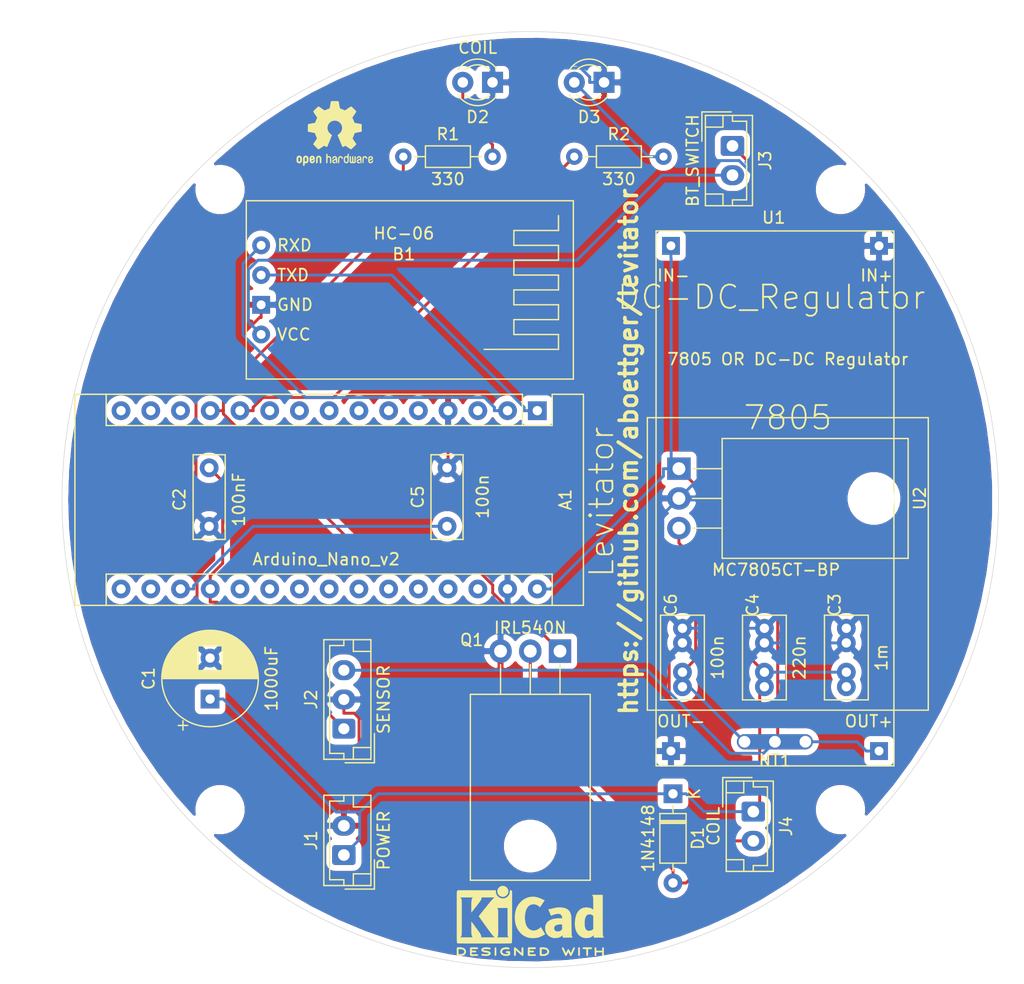
<source format=kicad_pcb>
(kicad_pcb (version 20171130) (host pcbnew 5.1.6)
  (layers (0 F.Cu signal) (31 B.Cu signal) (34 B.Paste user) (35 F.Paste user) (36 B.SilkS user) (37 F.SilkS user) (38 B.Mask user) (39 F.Mask user) (44 Edge.Cuts user))
  (net 0 "")
  (net 1 TX)
  (net 2 RX)
  (net 3 "Net-(A1-Pad18)")
  (net 4 SENSOR)
  (net 5 GND)
  (net 6 "Net-(A1-Pad11)")
  (net 7 +5V)
  (net 8 COIL_CTRL)
  (net 9 VIN)
  (net 10 "Net-(D1-Pad2)")
  (net 11 "Net-(D2-Pad2)")
  (net 12 "Net-(D3-Pad2)")
  (net 13 +5V_1)
  (net 14 +5V_2)
  (net 15 "Net-(B1-Pad1)")
  (module Symbol:OSHW-Logo2_7.3x6mm_SilkScreen (layer F.Cu) (at 142.15 67.9)
    (fp_text reference OpenHardware hide)
    (fp_text value OSHW-Logo2_7.3x6mm_SilkScreen hide)
  )
  (module Symbol:KiCad-Logo2_5mm_SilkScreen (layer F.Cu) (at 158.85 135.2)
    (fp_text reference REF** hide)
    (fp_text value KiCad-Logo2_5mm_SilkScreen hide)
  )
  (module nrth3rnlb-footprints:HC-06 (layer F.Cu) (at 132.05 88.9 90)
    (fp_text reference B1 (at 10.668 16.002 180) (layer F.SilkS))
    (fp_text value HC-06 (at 12.446 16.002 180) (layer F.SilkS))
    (fp_text user VCC (at 3.81 5.08) (layer F.SilkS) (effects (justify left)))
    (fp_text user GND (at 6.35 5.08) (layer F.SilkS) (effects (justify left)))
    (fp_text user TXD (at 8.89 5.08) (layer F.SilkS) (effects (justify left)))
    (fp_text user RXD (at 11.43 5.08) (layer F.SilkS) (effects (justify left)))
    (pad 1 thru_hole circle (at 3.81 3.81 90) (size 1.524 1.524) (drill 0.762) (layers *.Cu *.Mask) (net 15 "Net-(B1-Pad1)"))
    (pad 2 thru_hole rect (at 6.35 3.81 90) (size 1.524 1.524) (drill 0.762) (layers *.Cu *.Mask) (net 5 GND))
    (pad 3 thru_hole circle (at 8.89 3.81 90) (size 1.524 1.524) (drill 0.762) (layers *.Cu *.Mask) (net 1 TX))
    (pad 4 thru_hole circle (at 11.43 3.81 90) (size 1.524 1.524) (drill 0.762) (layers *.Cu *.Mask) (net 2 RX))
  )
  (module Module:Arduino_Nano (layer F.Cu) (at 159.45 91.6 270)
    (fp_text reference A1 (at 7.6 -2.4 90) (layer F.SilkS))
    (fp_text value Arduino_Nano_v2 (at 12.7 18.034) (layer F.SilkS))
    (pad 1 thru_hole rect (at 0 0 270) (size 1.6 1.6) (drill 0.8) (layers *.Cu *.Mask) (net 1 TX))
    (pad 17 thru_hole oval (at 15.24 33.02 270) (size 1.6 1.6) (drill 0.8) (layers *.Cu *.Mask))
    (pad 2 thru_hole oval (at 0 2.54 270) (size 1.6 1.6) (drill 0.8) (layers *.Cu *.Mask) (net 2 RX))
    (pad 18 thru_hole oval (at 15.24 30.48 270) (size 1.6 1.6) (drill 0.8) (layers *.Cu *.Mask) (net 3 "Net-(A1-Pad18)"))
    (pad 3 thru_hole oval (at 0 5.08 270) (size 1.6 1.6) (drill 0.8) (layers *.Cu *.Mask))
    (pad 19 thru_hole oval (at 15.24 27.94 270) (size 1.6 1.6) (drill 0.8) (layers *.Cu *.Mask) (net 4 SENSOR))
    (pad 4 thru_hole oval (at 0 7.62 270) (size 1.6 1.6) (drill 0.8) (layers *.Cu *.Mask) (net 5 GND))
    (pad 20 thru_hole oval (at 15.24 25.4 270) (size 1.6 1.6) (drill 0.8) (layers *.Cu *.Mask))
    (pad 5 thru_hole oval (at 0 10.16 270) (size 1.6 1.6) (drill 0.8) (layers *.Cu *.Mask))
    (pad 21 thru_hole oval (at 15.24 22.86 270) (size 1.6 1.6) (drill 0.8) (layers *.Cu *.Mask))
    (pad 6 thru_hole oval (at 0 12.7 270) (size 1.6 1.6) (drill 0.8) (layers *.Cu *.Mask))
    (pad 22 thru_hole oval (at 15.24 20.32 270) (size 1.6 1.6) (drill 0.8) (layers *.Cu *.Mask))
    (pad 7 thru_hole oval (at 0 15.24 270) (size 1.6 1.6) (drill 0.8) (layers *.Cu *.Mask))
    (pad 23 thru_hole oval (at 15.24 17.78 270) (size 1.6 1.6) (drill 0.8) (layers *.Cu *.Mask))
    (pad 8 thru_hole oval (at 0 17.78 270) (size 1.6 1.6) (drill 0.8) (layers *.Cu *.Mask))
    (pad 24 thru_hole oval (at 15.24 15.24 270) (size 1.6 1.6) (drill 0.8) (layers *.Cu *.Mask))
    (pad 9 thru_hole oval (at 0 20.32 270) (size 1.6 1.6) (drill 0.8) (layers *.Cu *.Mask))
    (pad 25 thru_hole oval (at 15.24 12.7 270) (size 1.6 1.6) (drill 0.8) (layers *.Cu *.Mask))
    (pad 10 thru_hole oval (at 0 22.86 270) (size 1.6 1.6) (drill 0.8) (layers *.Cu *.Mask))
    (pad 26 thru_hole oval (at 15.24 10.16 270) (size 1.6 1.6) (drill 0.8) (layers *.Cu *.Mask))
    (pad 11 thru_hole oval (at 0 25.4 270) (size 1.6 1.6) (drill 0.8) (layers *.Cu *.Mask) (net 6 "Net-(A1-Pad11)"))
    (pad 27 thru_hole oval (at 15.24 7.62 270) (size 1.6 1.6) (drill 0.8) (layers *.Cu *.Mask))
    (pad 12 thru_hole oval (at 0 27.94 270) (size 1.6 1.6) (drill 0.8) (layers *.Cu *.Mask) (net 8 COIL_CTRL))
    (pad 28 thru_hole oval (at 15.24 5.08 270) (size 1.6 1.6) (drill 0.8) (layers *.Cu *.Mask))
    (pad 13 thru_hole oval (at 0 30.48 270) (size 1.6 1.6) (drill 0.8) (layers *.Cu *.Mask))
    (pad 29 thru_hole oval (at 15.24 2.54 270) (size 1.6 1.6) (drill 0.8) (layers *.Cu *.Mask) (net 5 GND))
    (pad 14 thru_hole oval (at 0 33.02 270) (size 1.6 1.6) (drill 0.8) (layers *.Cu *.Mask))
    (pad 30 thru_hole oval (at 15.24 0 270) (size 1.6 1.6) (drill 0.8) (layers *.Cu *.Mask) (net 9 VIN))
    (pad 15 thru_hole oval (at 0 35.56 270) (size 1.6 1.6) (drill 0.8) (layers *.Cu *.Mask))
    (pad 16 thru_hole oval (at 15.24 35.56 270) (size 1.6 1.6) (drill 0.8) (layers *.Cu *.Mask))
  )
  (module Capacitor_THT:CP_Radial_D8.0mm_P3.50mm (layer F.Cu) (at 131.495 116.245 90)
    (fp_text reference C1 (at 1.75 -5.25 90) (layer F.SilkS))
    (fp_text value 1000uF (at 1.75 5.25 90) (layer F.SilkS))
    (pad 1 thru_hole rect (at 0 0 90) (size 1.6 1.6) (drill 0.8) (layers *.Cu *.Mask) (net 9 VIN))
    (pad 2 thru_hole circle (at 3.5 0 90) (size 1.6 1.6) (drill 0.8) (layers *.Cu *.Mask) (net 5 GND))
  )
  (module Capacitor_THT:C_Rect_L7.0mm_W2.5mm_P5.00mm (layer F.Cu) (at 131.418 96.486 270)
    (fp_text reference C2 (at 2.714 2.54 90) (layer F.SilkS))
    (fp_text value 100nF (at 2.714 -2.54 90) (layer F.SilkS))
    (pad 2 thru_hole circle (at 5 0 270) (size 1.6 1.6) (drill 0.8) (layers *.Cu *.Mask) (net 5 GND))
    (pad 1 thru_hole circle (at 0 0 270) (size 1.6 1.6) (drill 0.8) (layers *.Cu *.Mask) (net 4 SENSOR))
  )
  (module Capacitor_THT:C_Rect_L7.0mm_W2.5mm_P5.00mm (layer F.Cu) (at 151.738 101.486 90)
    (fp_text reference C5 (at 2.5 -2.5 90) (layer F.SilkS))
    (fp_text value 100n (at 2.54 3.048 90) (layer F.SilkS))
    (pad 1 thru_hole circle (at 0 0 90) (size 1.6 1.6) (drill 0.8) (layers *.Cu *.Mask) (net 3 "Net-(A1-Pad18)"))
    (pad 2 thru_hole circle (at 5 0 90) (size 1.6 1.6) (drill 0.8) (layers *.Cu *.Mask) (net 5 GND))
  )
  (module Diode_THT:D_DO-35_SOD27_P7.62mm_Horizontal (layer F.Cu) (at 171.042 124.346 270)
    (fp_text reference D1 (at 3.81 -2.12 90) (layer F.SilkS))
    (fp_text value 1N4148 (at 3.81 2.12 90) (layer F.SilkS))
    (fp_text user K (at 0 -1.8 90) (layer F.SilkS))
    (pad 1 thru_hole rect (at 0 0 270) (size 1.6 1.6) (drill 0.8) (layers *.Cu *.Mask) (net 9 VIN))
    (pad 2 thru_hole oval (at 7.62 0 270) (size 1.6 1.6) (drill 0.8) (layers *.Cu *.Mask) (net 10 "Net-(D1-Pad2)"))
  )
  (module LED_THT:LED_D3.0mm (layer F.Cu) (at 155.625 63.54 180)
    (fp_text reference D2 (at 1.27 -2.96) (layer F.SilkS))
    (fp_text value COIL (at 1.27 2.96) (layer F.SilkS))
    (pad 1 thru_hole rect (at 0 0 180) (size 1.8 1.8) (drill 0.9) (layers *.Cu *.Mask) (net 5 GND))
    (pad 2 thru_hole circle (at 2.54 0 180) (size 1.8 1.8) (drill 0.9) (layers *.Cu *.Mask) (net 11 "Net-(D2-Pad2)"))
  )
  (module LED_THT:LED_D3.0mm (layer F.Cu) (at 165.15 63.54 180)
    (fp_text reference D3 (at 1.27 -2.96) (layer F.SilkS))
    (fp_text value LED)
    (pad 2 thru_hole circle (at 2.54 0 180) (size 1.8 1.8) (drill 0.9) (layers *.Cu *.Mask) (net 12 "Net-(D3-Pad2)"))
    (pad 1 thru_hole rect (at 0 0 180) (size 1.8 1.8) (drill 0.9) (layers *.Cu *.Mask) (net 5 GND))
  )
  (module Connector_JST:JST_EH_B3B-EH-A_1x03_P2.50mm_Vertical (layer F.Cu) (at 142.925 118.785 90)
    (fp_text reference J2 (at 2.5 -2.8 90) (layer F.SilkS))
    (fp_text value SENSOR (at 2.5 3.4 90) (layer F.SilkS))
    (pad 1 thru_hole roundrect (at 0 0 90) (size 1.7 1.95) (drill 0.95) (layers *.Cu *.Mask) (roundrect_rratio 0.147059) (net 4 SENSOR))
    (pad 2 thru_hole oval (at 2.5 0 90) (size 1.7 1.95) (drill 0.95) (layers *.Cu *.Mask) (net 5 GND))
    (pad 3 thru_hole oval (at 5 0 90) (size 1.7 1.95) (drill 0.95) (layers *.Cu *.Mask) (net 7 +5V))
  )
  (module Resistor_THT:R_Axial_DIN0204_L3.6mm_D1.6mm_P7.62mm_Horizontal (layer F.Cu) (at 148.005 69.89)
    (fp_text reference R1 (at 3.81 -1.92) (layer F.SilkS))
    (fp_text value 330 (at 3.81 1.92) (layer F.SilkS))
    (pad 1 thru_hole circle (at 0 0) (size 1.4 1.4) (drill 0.7) (layers *.Cu *.Mask) (net 8 COIL_CTRL))
    (pad 2 thru_hole oval (at 7.62 0) (size 1.4 1.4) (drill 0.7) (layers *.Cu *.Mask) (net 11 "Net-(D2-Pad2)"))
  )
  (module Resistor_THT:R_Axial_DIN0204_L3.6mm_D1.6mm_P7.62mm_Horizontal (layer F.Cu) (at 162.61 69.89)
    (fp_text reference R2 (at 3.81 -1.92) (layer F.SilkS))
    (fp_text value 330 (at 3.81 1.92) (layer F.SilkS))
    (pad 2 thru_hole oval (at 7.62 0) (size 1.4 1.4) (drill 0.7) (layers *.Cu *.Mask) (net 12 "Net-(D3-Pad2)"))
    (pad 1 thru_hole circle (at 0 0) (size 1.4 1.4) (drill 0.7) (layers *.Cu *.Mask) (net 6 "Net-(A1-Pad11)"))
  )
  (module Package_TO_SOT_THT:TO-220-3_Horizontal_TabDown (layer F.Cu) (at 161.39 112.154 180)
    (fp_text reference Q1 (at 7.54 0.954) (layer F.SilkS))
    (fp_text value IRL540N (at 2.54 2) (layer F.SilkS))
    (pad 3 thru_hole oval (at 5.08 0 180) (size 1.905 2) (drill 1.1) (layers *.Cu *.Mask) (net 5 GND))
    (pad 2 thru_hole oval (at 2.54 0 180) (size 1.905 2) (drill 1.1) (layers *.Cu *.Mask) (net 10 "Net-(D1-Pad2)"))
    (pad 1 thru_hole rect (at 0 0 180) (size 1.905 2) (drill 1.1) (layers *.Cu *.Mask) (net 8 COIL_CTRL))
    (pad "" np_thru_hole oval (at 2.54 -16.66 180) (size 3.5 3.5) (drill 3.5) (layers *.Cu *.Mask))
  )
  (module Connector_JST:JST_EH_B2B-EH-A_1x02_P2.50mm_Vertical (layer F.Cu) (at 142.925 129.58 90)
    (fp_text reference J1 (at 1.25 -2.8 90) (layer F.SilkS))
    (fp_text value POWER (at 1.25 3.4 90) (layer F.SilkS))
    (pad 1 thru_hole roundrect (at 0 0 90) (size 1.7 2) (drill 1) (layers *.Cu *.Mask) (roundrect_rratio 0.147059) (net 9 VIN))
    (pad 2 thru_hole oval (at 2.5 0 90) (size 1.7 2) (drill 1) (layers *.Cu *.Mask) (net 5 GND))
  )
  (module Connector_JST:JST_EH_B2B-EH-A_1x02_P2.50mm_Vertical (layer F.Cu) (at 177.9 125.87 270)
    (fp_text reference J4 (at 1.25 -2.8 90) (layer F.SilkS))
    (fp_text value COIL (at 1.25 3.4 90) (layer F.SilkS))
    (pad 2 thru_hole oval (at 2.5 0 270) (size 1.7 2) (drill 1) (layers *.Cu *.Mask) (net 10 "Net-(D1-Pad2)"))
    (pad 1 thru_hole roundrect (at 0 0 270) (size 1.7 2) (drill 1) (layers *.Cu *.Mask) (roundrect_rratio 0.147059) (net 9 VIN))
  )
  (module nrth3rnlb-footprints:Board_45x20 (layer F.Cu) (at 179.755 72.43)
    (fp_text reference U1 (at -0.105 2.67) (layer F.SilkS))
    (fp_text value DC-DC_Regulator (at -0.305 9.47) (layer F.SilkS) (effects (font (size 2 2))))
    (fp_text user IN+ (at 10.16 7.62) (layer F.SilkS) (effects (justify right)))
    (fp_text user IN- (at -10.16 7.62) (layer F.SilkS) (effects (justify left)))
    (fp_text user OUT+ (at 10.16 45.72) (layer F.SilkS) (effects (justify right)))
    (fp_text user OUT- (at -10.16 45.72) (layer F.SilkS) (effects (justify left)))
    (pad 1 thru_hole rect (at -8.89 5.08) (size 1.524 1.524) (drill 0.762) (layers *.Cu *.Mask) (net 9 VIN))
    (pad 4 thru_hole rect (at 8.89 5.08) (size 1.524 1.524) (drill 0.762) (layers *.Cu *.Mask) (net 5 GND))
    (pad 2 thru_hole rect (at -8.89 48.26) (size 1.524 1.524) (drill 0.762) (layers *.Cu *.Mask) (net 5 GND))
    (pad 3 thru_hole rect (at 8.89 48.26) (size 1.524 1.524) (drill 0.762) (layers *.Cu *.Mask) (net 14 +5V_2))
  )
  (module Capacitor_THT:C_Rect_L7.0mm_W3.5mm_P2.50mm_P5.00mm (layer F.Cu) (at 185.85 115.2 90)
    (fp_text reference C3 (at 7 -1 90) (layer F.SilkS))
    (fp_text value 1m (at 2.5 3 90) (layer F.SilkS))
    (pad 2 thru_hole circle (at 5 0 90) (size 1.6 1.6) (drill 0.8) (layers *.Cu *.Mask) (net 5 GND))
    (pad 1 thru_hole circle (at 0 0 90) (size 1.6 1.6) (drill 0.8) (layers *.Cu *.Mask) (net 9 VIN))
    (pad 2 thru_hole circle (at 3.75 0 90) (size 1.6 1.6) (drill 0.8) (layers *.Cu *.Mask) (net 5 GND))
    (pad 1 thru_hole circle (at 1.25 0 90) (size 1.6 1.6) (drill 0.8) (layers *.Cu *.Mask) (net 9 VIN))
  )
  (module Capacitor_THT:C_Rect_L7.0mm_W3.5mm_P2.50mm_P5.00mm (layer F.Cu) (at 178.85 115.2 90)
    (fp_text reference C4 (at 7 -1 90) (layer F.SilkS))
    (fp_text value 220n (at 2.5 3 90) (layer F.SilkS))
    (pad 1 thru_hole circle (at 1.25 0 90) (size 1.6 1.6) (drill 0.8) (layers *.Cu *.Mask) (net 9 VIN))
    (pad 2 thru_hole circle (at 3.75 0 90) (size 1.6 1.6) (drill 0.8) (layers *.Cu *.Mask) (net 5 GND))
    (pad 1 thru_hole circle (at 0 0 90) (size 1.6 1.6) (drill 0.8) (layers *.Cu *.Mask) (net 9 VIN))
    (pad 2 thru_hole circle (at 5 0 90) (size 1.6 1.6) (drill 0.8) (layers *.Cu *.Mask) (net 5 GND))
  )
  (module Connector_JST:JST_EH_B2B-EH-A_1x02_P2.50mm_Vertical (layer F.Cu) (at 176.122 68.974 270)
    (fp_text reference J3 (at 1.25 -2.8 90) (layer F.SilkS))
    (fp_text value BT_SWITCH (at 1.25 3.4 90) (layer F.SilkS))
    (pad 1 thru_hole roundrect (at 0 0 270) (size 1.7 2) (drill 1) (layers *.Cu *.Mask) (roundrect_rratio 0.147059) (net 7 +5V))
    (pad 2 thru_hole oval (at 2.5 0 270) (size 1.7 2) (drill 1) (layers *.Cu *.Mask) (net 15 "Net-(B1-Pad1)"))
  )
  (module NetTie:NetTie-3_THT_Pad1.0mm (layer F.Cu) (at 182.35 119.9 180)
    (fp_text reference NT1 (at 2.6 -1.6) (layer F.SilkS))
    (fp_text value Net-Tie_3)
    (fp_poly (pts (xy 0 -0.65) (xy 5.2 -0.65) (xy 5.2 0.65) (xy 0 0.65)) (layer F.Cu) (width 0))
    (fp_poly (pts (xy 0 -0.65) (xy 5.2 -0.65) (xy 5.2 0.65) (xy 0 0.65)) (layer B.Cu) (width 0))
    (pad 1 thru_hole circle (at 0 0 180) (size 1.3 1.3) (drill 1) (layers *.Cu) (net 14 +5V_2))
    (pad 2 thru_hole circle (at 2.6 0 180) (size 1.3 1.3) (drill 1) (layers *.Cu) (net 7 +5V))
    (pad 3 thru_hole circle (at 5.2 0 180) (size 1.3 1.3) (drill 1) (layers *.Cu) (net 13 +5V_1))
  )
  (module Package_TO_SOT_THT:TO-220-3_Horizontal_TabDown (layer F.Cu) (at 171.55 96.56 270)
    (fp_text reference U2 (at 2.54 -20.58 90) (layer F.SilkS))
    (fp_text value MC7805CT-BP (at 8.64 -8.3) (layer F.SilkS))
    (pad "" np_thru_hole oval (at 2.54 -16.66 270) (size 3.5 3.5) (drill 3.5) (layers *.Cu *.Mask))
    (pad 1 thru_hole rect (at 0 0 270) (size 1.905 2) (drill 1.1) (layers *.Cu *.Mask) (net 9 VIN))
    (pad 2 thru_hole oval (at 2.54 0 270) (size 1.905 2) (drill 1.1) (layers *.Cu *.Mask) (net 5 GND))
    (pad 3 thru_hole oval (at 5.08 0 270) (size 1.905 2) (drill 1.1) (layers *.Cu *.Mask) (net 13 +5V_1))
  )
  (module Capacitor_THT:C_Rect_L7.0mm_W3.5mm_P2.50mm_P5.00mm (layer F.Cu) (at 171.85 115.2 90)
    (fp_text reference C6 (at 7 -1 90) (layer F.SilkS))
    (fp_text value 100n (at 2.5 3 90) (layer F.SilkS))
    (pad 1 thru_hole circle (at 1.25 0 90) (size 1.6 1.6) (drill 0.8) (layers *.Cu *.Mask) (net 13 +5V_1))
    (pad 2 thru_hole circle (at 3.75 0 90) (size 1.6 1.6) (drill 0.8) (layers *.Cu *.Mask) (net 5 GND))
    (pad 1 thru_hole circle (at 0 0 90) (size 1.6 1.6) (drill 0.8) (layers *.Cu *.Mask) (net 13 +5V_1))
    (pad 2 thru_hole circle (at 5 0 90) (size 1.6 1.6) (drill 0.8) (layers *.Cu *.Mask) (net 5 GND))
  )
  (module MountingHole:MountingHole_3.2mm_M3 (layer F.Cu) (at 185.35 125.7)
    (fp_text reference H1 hide)
    (fp_text value MountingHole)
    (pad 1 np_thru_hole circle (at 0 0) (size 3.2 3.2) (drill 3.2) (layers *.Cu *.Mask))
  )
  (module MountingHole:MountingHole_3.2mm_M3 (layer F.Cu) (at 132.35 72.7)
    (fp_text reference H2 hide)
    (fp_text value MountingHole)
    (pad 1 np_thru_hole circle (at 0 0) (size 3.2 3.2) (drill 3.2) (layers *.Cu *.Mask))
  )
  (module MountingHole:MountingHole_3.2mm_M3 (layer F.Cu) (at 132.35 125.7)
    (fp_text reference H3 hide)
    (fp_text value MountingHole)
    (pad 1 np_thru_hole circle (at 0 0) (size 3.2 3.2) (drill 3.2) (layers *.Cu *.Mask))
  )
  (module MountingHole:MountingHole_3.2mm_M3 (layer F.Cu) (at 185.35 72.7)
    (fp_text reference H4 hide)
    (fp_text value MountingHole)
    (pad 1 np_thru_hole circle (at 0 0) (size 3.2 3.2) (drill 3.2) (layers *.Cu *.Mask))
  )
  (gr_text https://github.com/aboettger/levitator (at 167.25 95.1 90) (layer F.SilkS) (effects (font (size 1.5 1.5) (thickness 0.3))))
  (gr_text 7805 (at 180.85 92.2) (layer F.SilkS) (effects (font (size 2 2))))
  (gr_line (start 168.85 92.2) (end 168.85 117.2) (layer F.SilkS) (width 0.12))
  (gr_line (start 192.85 92.2) (end 168.85 92.2) (layer F.SilkS) (width 0.12))
  (gr_line (start 192.85 117.2) (end 192.85 92.2) (layer F.SilkS) (width 0.12))
  (gr_line (start 168.85 117.2) (end 192.85 117.2) (layer F.SilkS) (width 0.12))
  (gr_text "7805 OR DC-DC Regulator" (at 180.85 87.2) (layer F.SilkS) (effects (font (size 1 1))))
  (gr_text Levitator (at 164.95 99.4 90) (layer F.SilkS) (effects (font (size 2 2))))
  (gr_circle (center 158.85 99.2) (end 198.85 99.2) (layer Edge.Cuts) (width 0.05))
  (segment (start 159.45 91.6) (end 158.3247 91.6) (width 0.25) (layer B.Cu) (net 1))
  (segment (start 158.3247 91.6) (end 158.3247 91.3187) (width 0.25) (layer B.Cu) (net 1))
  (segment (start 158.3247 91.3187) (end 147.016 80.01) (width 0.25) (layer B.Cu) (net 1))
  (segment (start 147.016 80.01) (end 135.86 80.01) (width 0.25) (layer B.Cu) (net 1))
  (segment (start 156.91 91.6) (end 155.7847 91.6) (width 0.25) (layer B.Cu) (net 2))
  (segment (start 155.7847 91.6) (end 155.7847 91.3186) (width 0.25) (layer B.Cu) (net 2))
  (segment (start 155.7847 91.3186) (end 154.9408 90.4747) (width 0.25) (layer B.Cu) (net 2))
  (segment (start 154.9408 90.4747) (end 139.6495 90.4747) (width 0.25) (layer B.Cu) (net 2))
  (segment (start 139.6495 90.4747) (end 134.314 85.1392) (width 0.25) (layer B.Cu) (net 2))
  (segment (start 134.314 85.1392) (end 134.314 79.016) (width 0.25) (layer B.Cu) (net 2))
  (segment (start 134.314 79.016) (end 135.86 77.47) (width 0.25) (layer B.Cu) (net 2))
  (segment (start 128.97 106.84) (end 130.0953 106.84) (width 0.25) (layer B.Cu) (net 3))
  (segment (start 151.738 101.486) (end 135.168 101.486) (width 0.25) (layer B.Cu) (net 3))
  (segment (start 135.168 101.486) (end 130.0953 106.5587) (width 0.25) (layer B.Cu) (net 3))
  (segment (start 130.0953 106.5587) (end 130.0953 106.84) (width 0.25) (layer B.Cu) (net 3))
  (segment (start 131.51 106.84) (end 131.51 105.7147) (width 0.25) (layer F.Cu) (net 4))
  (segment (start 131.418 96.486) (end 132.5708 97.6388) (width 0.25) (layer F.Cu) (net 4))
  (segment (start 132.5708 97.6388) (end 132.5708 104.6539) (width 0.25) (layer F.Cu) (net 4))
  (segment (start 132.5708 104.6539) (end 131.51 105.7147) (width 0.25) (layer F.Cu) (net 4))
  (segment (start 131.51 106.84) (end 131.51 107.9653) (width 0.25) (layer F.Cu) (net 4))
  (segment (start 142.925 118.785) (end 132.1053 107.9653) (width 0.25) (layer F.Cu) (net 4))
  (segment (start 132.1053 107.9653) (end 131.51 107.9653) (width 0.25) (layer F.Cu) (net 4))
  (segment (start 156.91 106.84) (end 156.91 101.658) (width 0.25) (layer F.Cu) (net 5))
  (segment (start 156.91 101.658) (end 151.738 96.486) (width 0.25) (layer F.Cu) (net 5))
  (segment (start 156.91 108.5177) (end 156.91 110.2287) (width 0.25) (layer B.Cu) (net 5))
  (segment (start 156.91 110.2287) (end 156.31 110.8287) (width 0.25) (layer B.Cu) (net 5))
  (segment (start 156.91 106.84) (end 156.91 108.5177) (width 0.25) (layer B.Cu) (net 5))
  (segment (start 170.1677 108.5177) (end 156.91 108.5177) (width 0.25) (layer B.Cu) (net 5))
  (segment (start 170.1677 108.5177) (end 171.85 110.2) (width 0.25) (layer B.Cu) (net 5))
  (segment (start 171.55 99.1) (end 170.1677 100.4823) (width 0.25) (layer B.Cu) (net 5))
  (segment (start 170.1677 100.4823) (end 170.1677 108.5177) (width 0.25) (layer B.Cu) (net 5))
  (segment (start 181.5146 77.51) (end 181.5146 89.1354) (width 0.25) (layer B.Cu) (net 5))
  (segment (start 181.5146 89.1354) (end 171.55 99.1) (width 0.25) (layer B.Cu) (net 5))
  (segment (start 166.3753 63.54) (end 173.0598 70.2245) (width 0.25) (layer B.Cu) (net 5))
  (segment (start 173.0598 70.2245) (end 176.6925 70.2245) (width 0.25) (layer B.Cu) (net 5))
  (segment (start 176.6925 70.2245) (end 181.5146 75.0466) (width 0.25) (layer B.Cu) (net 5))
  (segment (start 181.5146 75.0466) (end 181.5146 77.51) (width 0.25) (layer B.Cu) (net 5))
  (segment (start 181.5146 77.51) (end 188.645 77.51) (width 0.25) (layer B.Cu) (net 5))
  (segment (start 131.418 101.486) (end 130.2926 100.3606) (width 0.25) (layer F.Cu) (net 5))
  (segment (start 130.2926 100.3606) (end 130.2926 89.0688) (width 0.25) (layer F.Cu) (net 5))
  (segment (start 130.2926 89.0688) (end 135.7241 83.6373) (width 0.25) (layer F.Cu) (net 5))
  (segment (start 135.7241 83.6373) (end 135.86 83.6373) (width 0.25) (layer F.Cu) (net 5))
  (segment (start 135.86 82.55) (end 135.86 83.6373) (width 0.25) (layer F.Cu) (net 5))
  (segment (start 131.418 101.486) (end 130.3829 102.5211) (width 0.25) (layer F.Cu) (net 5))
  (segment (start 130.3829 102.5211) (end 130.3829 111.6329) (width 0.25) (layer F.Cu) (net 5))
  (segment (start 130.3829 111.6329) (end 131.495 112.745) (width 0.25) (layer F.Cu) (net 5))
  (segment (start 156.31 112.154) (end 156.31 110.8287) (width 0.25) (layer B.Cu) (net 5))
  (segment (start 178.85 110.2) (end 171.85 110.2) (width 0.25) (layer B.Cu) (net 5))
  (segment (start 156.31 112.154) (end 155.0322 112.154) (width 0.25) (layer F.Cu) (net 5))
  (segment (start 144.2264 117.8802) (end 143.8065 117.4603) (width 0.25) (layer F.Cu) (net 5))
  (segment (start 143.8065 117.4603) (end 142.925 117.4603) (width 0.25) (layer F.Cu) (net 5))
  (segment (start 142.925 125.9047) (end 144.2264 124.6033) (width 0.25) (layer F.Cu) (net 5))
  (segment (start 144.2264 124.6033) (end 144.2264 117.8802) (width 0.25) (layer F.Cu) (net 5))
  (segment (start 155.0322 112.154) (end 149.306 117.8802) (width 0.25) (layer F.Cu) (net 5))
  (segment (start 149.306 117.8802) (end 144.2264 117.8802) (width 0.25) (layer F.Cu) (net 5))
  (segment (start 171.85 111.45) (end 170.7145 112.5855) (width 0.25) (layer F.Cu) (net 5))
  (segment (start 170.7145 112.5855) (end 170.7145 119.4522) (width 0.25) (layer F.Cu) (net 5))
  (segment (start 170.7145 119.4522) (end 170.865 119.6027) (width 0.25) (layer F.Cu) (net 5))
  (segment (start 171.85 110.2) (end 171.85 111.45) (width 0.25) (layer F.Cu) (net 5))
  (segment (start 170.865 120.69) (end 170.865 119.6027) (width 0.25) (layer F.Cu) (net 5))
  (segment (start 165.15 63.54) (end 163.9247 63.54) (width 0.25) (layer B.Cu) (net 5))
  (segment (start 165.15 63.54) (end 166.3753 63.54) (width 0.25) (layer B.Cu) (net 5))
  (segment (start 163.9247 63.54) (end 163.9247 63.0804) (width 0.25) (layer B.Cu) (net 5))
  (segment (start 163.9247 63.0804) (end 163.159 62.3147) (width 0.25) (layer B.Cu) (net 5))
  (segment (start 163.159 62.3147) (end 158.0756 62.3147) (width 0.25) (layer B.Cu) (net 5))
  (segment (start 158.0756 62.3147) (end 156.8503 63.54) (width 0.25) (layer B.Cu) (net 5))
  (segment (start 155.625 63.54) (end 156.8503 63.54) (width 0.25) (layer B.Cu) (net 5))
  (segment (start 151.738 96.486) (end 151.83 96.394) (width 0.25) (layer F.Cu) (net 5))
  (segment (start 151.83 96.394) (end 151.83 91.6) (width 0.25) (layer F.Cu) (net 5))
  (segment (start 142.925 116.285) (end 135.035 116.285) (width 0.25) (layer B.Cu) (net 5))
  (segment (start 135.035 116.285) (end 131.495 112.745) (width 0.25) (layer B.Cu) (net 5))
  (segment (start 142.925 116.285) (end 142.925 117.4603) (width 0.25) (layer F.Cu) (net 5))
  (segment (start 142.925 127.08) (end 142.925 125.9047) (width 0.25) (layer F.Cu) (net 5))
  (segment (start 185.85 111.45) (end 185.85 110.2) (width 0.25) (layer F.Cu) (net 5))
  (segment (start 178.85 111.45) (end 185.85 111.45) (width 0.25) (layer B.Cu) (net 5))
  (segment (start 178.85 110.2) (end 178.85 111.45) (width 0.25) (layer F.Cu) (net 5))
  (segment (start 134.05 91.6) (end 135.1753 91.6) (width 0.25) (layer F.Cu) (net 6))
  (segment (start 162.61 69.89) (end 142.0253 90.4747) (width 0.25) (layer F.Cu) (net 6))
  (segment (start 142.0253 90.4747) (end 136.0192 90.4747) (width 0.25) (layer F.Cu) (net 6))
  (segment (start 136.0192 90.4747) (end 135.1753 91.3186) (width 0.25) (layer F.Cu) (net 6))
  (segment (start 135.1753 91.3186) (end 135.1753 91.6) (width 0.25) (layer F.Cu) (net 6))
  (segment (start 179.75 119.9) (end 178.7618 120.8882) (width 0.25) (layer B.Cu) (net 7))
  (segment (start 178.7618 120.8882) (end 175.9467 120.8882) (width 0.25) (layer B.Cu) (net 7))
  (segment (start 175.9467 120.8882) (end 168.8435 113.785) (width 0.25) (layer B.Cu) (net 7))
  (segment (start 168.8435 113.785) (end 142.925 113.785) (width 0.25) (layer B.Cu) (net 7))
  (segment (start 179.75 119.9) (end 179.9871 119.6629) (width 0.25) (layer F.Cu) (net 7))
  (segment (start 179.9871 119.6629) (end 179.9871 72.8391) (width 0.25) (layer F.Cu) (net 7))
  (segment (start 179.9871 72.8391) (end 176.122 68.974) (width 0.25) (layer F.Cu) (net 7))
  (segment (start 148.005 69.89) (end 148.005 74.5058) (width 0.25) (layer F.Cu) (net 8))
  (segment (start 148.005 74.5058) (end 132.6353 89.8755) (width 0.25) (layer F.Cu) (net 8))
  (segment (start 132.6353 89.8755) (end 132.6353 91.6) (width 0.25) (layer F.Cu) (net 8))
  (segment (start 131.51 91.6) (end 132.6353 91.6) (width 0.25) (layer F.Cu) (net 8))
  (segment (start 161.39 112.154) (end 158.2248 108.9888) (width 0.25) (layer F.Cu) (net 8))
  (segment (start 158.2248 108.9888) (end 157.4618 108.9888) (width 0.25) (layer F.Cu) (net 8))
  (segment (start 157.4618 108.9888) (end 155.64 107.167) (width 0.25) (layer F.Cu) (net 8))
  (segment (start 155.64 107.167) (end 155.64 106.5052) (width 0.25) (layer F.Cu) (net 8))
  (segment (start 155.64 106.5052) (end 153.4348 104.3) (width 0.25) (layer F.Cu) (net 8))
  (segment (start 153.4348 104.3) (end 145.054 104.3) (width 0.25) (layer F.Cu) (net 8))
  (segment (start 145.054 104.3) (end 132.6353 91.8813) (width 0.25) (layer F.Cu) (net 8))
  (segment (start 132.6353 91.8813) (end 132.6353 91.6) (width 0.25) (layer F.Cu) (net 8))
  (segment (start 170.865 77.51) (end 170.865 78.5973) (width 0.25) (layer B.Cu) (net 9))
  (segment (start 170.8874 96.56) (end 170.8874 78.6197) (width 0.25) (layer B.Cu) (net 9))
  (segment (start 170.8874 78.6197) (end 170.865 78.5973) (width 0.25) (layer B.Cu) (net 9))
  (segment (start 170.8874 96.56) (end 170.2247 96.56) (width 0.25) (layer B.Cu) (net 9))
  (segment (start 171.55 96.56) (end 170.8874 96.56) (width 0.25) (layer B.Cu) (net 9))
  (segment (start 159.45 106.84) (end 160.5753 106.84) (width 0.25) (layer B.Cu) (net 9))
  (segment (start 170.2247 96.56) (end 170.2247 97.1906) (width 0.25) (layer B.Cu) (net 9))
  (segment (start 170.2247 97.1906) (end 160.5753 106.84) (width 0.25) (layer B.Cu) (net 9))
  (segment (start 178.85 115.2) (end 178.4501 115.5999) (width 0.25) (layer F.Cu) (net 9))
  (segment (start 178.4501 115.5999) (end 178.4501 125.3199) (width 0.25) (layer F.Cu) (net 9))
  (segment (start 178.4501 125.3199) (end 177.9 125.87) (width 0.25) (layer F.Cu) (net 9))
  (segment (start 178.85 113.95) (end 178.85 115.2) (width 0.25) (layer F.Cu) (net 9))
  (segment (start 178.85 113.95) (end 174.0179 109.1179) (width 0.25) (layer F.Cu) (net 9))
  (segment (start 174.0179 109.1179) (end 174.0179 99.0279) (width 0.25) (layer F.Cu) (net 9))
  (segment (start 174.0179 99.0279) (end 171.55 96.56) (width 0.25) (layer F.Cu) (net 9))
  (segment (start 144.2839 125.9046) (end 142.2799 125.9046) (width 0.25) (layer B.Cu) (net 9))
  (segment (start 142.2799 125.9046) (end 132.6203 116.245) (width 0.25) (layer B.Cu) (net 9))
  (segment (start 171.042 124.346) (end 145.8425 124.346) (width 0.25) (layer B.Cu) (net 9))
  (segment (start 145.8425 124.346) (end 144.2839 125.9046) (width 0.25) (layer B.Cu) (net 9))
  (segment (start 144.2839 125.9046) (end 144.2839 128.2211) (width 0.25) (layer B.Cu) (net 9))
  (segment (start 144.2839 128.2211) (end 142.925 129.58) (width 0.25) (layer B.Cu) (net 9))
  (segment (start 131.495 116.245) (end 132.6203 116.245) (width 0.25) (layer B.Cu) (net 9))
  (segment (start 171.042 124.346) (end 172.1673 124.346) (width 0.25) (layer B.Cu) (net 9))
  (segment (start 177.9 125.87) (end 173.6913 125.87) (width 0.25) (layer B.Cu) (net 9))
  (segment (start 173.6913 125.87) (end 172.1673 124.346) (width 0.25) (layer B.Cu) (net 9))
  (segment (start 185.85 113.95) (end 185.85 115.2) (width 0.25) (layer F.Cu) (net 9))
  (segment (start 178.85 113.95) (end 185.85 113.95) (width 0.25) (layer B.Cu) (net 9))
  (segment (start 171.042 131.966) (end 171.042 130.8407) (width 0.25) (layer F.Cu) (net 10))
  (segment (start 158.85 112.154) (end 158.85 118.6487) (width 0.25) (layer F.Cu) (net 10))
  (segment (start 158.85 118.6487) (end 171.042 130.8407) (width 0.25) (layer F.Cu) (net 10))
  (segment (start 171.042 131.966) (end 172.1673 131.966) (width 0.25) (layer F.Cu) (net 10))
  (segment (start 177.9 128.37) (end 175.7633 128.37) (width 0.25) (layer F.Cu) (net 10))
  (segment (start 175.7633 128.37) (end 172.1673 131.966) (width 0.25) (layer F.Cu) (net 10))
  (segment (start 155.625 69.89) (end 155.625 68.8647) (width 0.25) (layer F.Cu) (net 11))
  (segment (start 155.625 68.8647) (end 153.085 66.3247) (width 0.25) (layer F.Cu) (net 11))
  (segment (start 153.085 66.3247) (end 153.085 63.54) (width 0.25) (layer F.Cu) (net 11))
  (segment (start 170.23 69.89) (end 168.96 69.89) (width 0.25) (layer B.Cu) (net 12))
  (segment (start 168.96 69.89) (end 162.61 63.54) (width 0.25) (layer B.Cu) (net 12))
  (segment (start 171.85 115.2) (end 171.85 113.95) (width 0.25) (layer F.Cu) (net 13))
  (segment (start 177.15 119.9) (end 172.45 115.2) (width 0.25) (layer B.Cu) (net 13))
  (segment (start 172.45 115.2) (end 171.85 115.2) (width 0.25) (layer B.Cu) (net 13))
  (segment (start 171.55 101.64) (end 171.55 102.9178) (width 0.25) (layer F.Cu) (net 13))
  (segment (start 171.55 102.9178) (end 172.9776 104.3454) (width 0.25) (layer F.Cu) (net 13))
  (segment (start 172.9776 104.3454) (end 172.9776 112.8224) (width 0.25) (layer F.Cu) (net 13))
  (segment (start 172.9776 112.8224) (end 171.85 113.95) (width 0.25) (layer F.Cu) (net 13))
  (segment (start 188.645 120.69) (end 187.5577 120.69) (width 0.25) (layer B.Cu) (net 14))
  (segment (start 182.35 119.9) (end 186.7677 119.9) (width 0.25) (layer B.Cu) (net 14))
  (segment (start 186.7677 119.9) (end 187.5577 120.69) (width 0.25) (layer B.Cu) (net 14))
  (segment (start 135.86 85.09) (end 134.7705 84.0005) (width 0.25) (layer B.Cu) (net 15))
  (segment (start 134.7705 84.0005) (end 134.7705 79.5509) (width 0.25) (layer B.Cu) (net 15))
  (segment (start 134.7705 79.5509) (end 135.5814 78.74) (width 0.25) (layer B.Cu) (net 15))
  (segment (start 135.5814 78.74) (end 162.8301 78.74) (width 0.25) (layer B.Cu) (net 15))
  (segment (start 162.8301 78.74) (end 170.0961 71.474) (width 0.25) (layer B.Cu) (net 15))
  (segment (start 170.0961 71.474) (end 176.122 71.474) (width 0.25) (layer B.Cu) (net 15))
  (zone (net 5) (net_name GND) (layer F.Cu) (connect_pads (clearance 0.508)) (min_thickness 0.254) (fill yes (arc_segments 32) (thermal_gap 0.508) (thermal_bridge_width 0.508))
    (polygon (pts (xy 200.95 140.6) (xy 113.55 140.6) (xy 113.65 56.6) (xy 113.65 56.5) (xy 200.95 56.5)))
  )
  (zone (net 5) (net_name GND) (layer B.Cu) (connect_pads (clearance 0.508)) (min_thickness 0.254) (fill yes (arc_segments 32) (thermal_gap 0.508) (thermal_bridge_width 0.508))
    (polygon (pts (xy 201.05 140.5) (xy 113.65 140.5) (xy 113.65 56.6) (xy 201.05 56.6)))
  )
)
</source>
